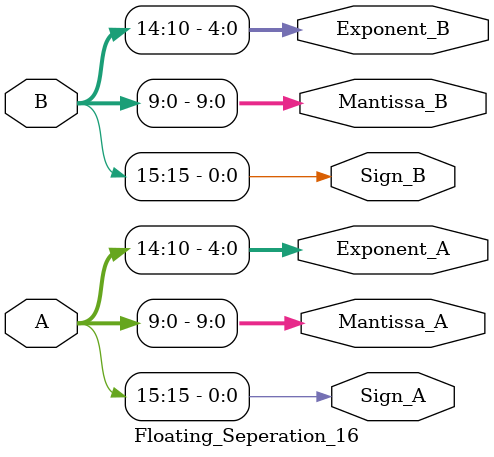
<source format=v>
module Floating_Seperation_16 (
    input [15:0] A,
    input [15:0] B,
    output Sign_A, 
    output Sign_B,
    output [9:0] Mantissa_A, 
    output [9:0] Mantissa_B,
    output [4:0] Exponent_A, 
    output [4:0] Exponent_B
);
    assign Sign_A = A[15];
    assign Sign_B = B[15];
    
    assign Exponent_A = A[14:10];
    assign Exponent_B = B[14:10];
    
    assign Mantissa_A = A[9:0];
    assign Mantissa_B = B[9:0];

endmodule
</source>
